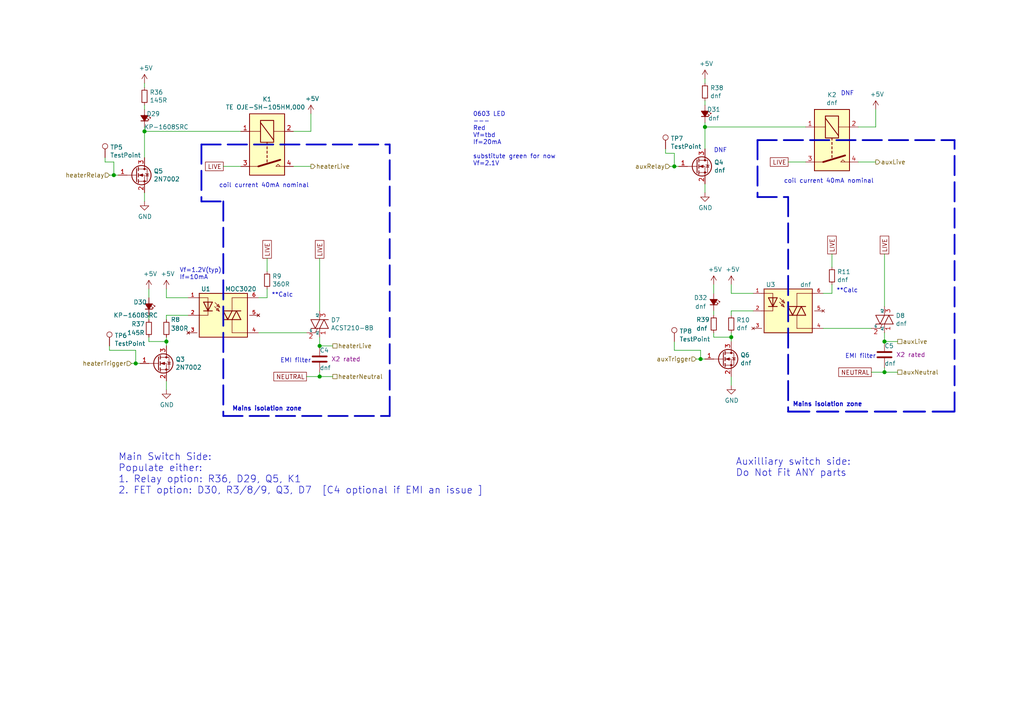
<source format=kicad_sch>
(kicad_sch (version 20231120) (generator "eeschema") (generator_version "8.0")
  (paper "A4")
  (title_block (title "Smart Desk Main PCB") (date "2024-06-14") (rev "1.0") (comment 1 "D.Rowntree"))
  (lib_symbols
    (symbol "Connector:TestPoint" (pin_numbers hide) (pin_names (offset 0.762) hide)
      (property "Reference" "TP" (at 0 6.858 0))
      (property "Value" "TestPoint" (at 0 5.08 0))
      (symbol "TestPoint_0_1"
        (circle (center 0 3.302) (radius 0.762))
      )
      (symbol "TestPoint_1_1"
        (pin passive line (at 0 0 90) (length 2.54) (name "1") (number "1"))
      )
    )
    (symbol "Device:C" (pin_numbers hide) (pin_names (offset 0.254))
      (property "Reference" "C" (at 0.635 2.54 0))
      (property "Value" "C" (at 0.635 -2.54 0))
      (symbol "C_0_1"
        (polyline (pts (xy -2.032 -0.762) (xy 2.032 -0.762)) (stroke (width 0.508)))
        (polyline (pts (xy -2.032 0.762) (xy 2.032 0.762)) (stroke (width 0.508)))
      )
      (symbol "C_1_1"
        (pin passive line (at 0 3.81 270) (length 2.794) (name "~") (number "1"))
        (pin passive line (at 0 -3.81 90) (length 2.794) (name "~") (number "2"))
      )
    )
    (symbol "Device:LED_Small_ALT" (pin_numbers hide) (pin_names (offset 0.254) hide)
      (property "Reference" "D" (at -1.27 3.175 0))
      (property "Value" "LED_Small_ALT" (at -4.445 -2.54 0))
      (symbol "LED_Small_ALT_0_1"
        (polyline (pts (xy -0.762 -1.016) (xy -0.762 1.016)) (stroke (width 0.254)))
        (polyline (pts (xy 1.016 0) (xy -0.762 0)))
        (polyline (pts (xy 0.762 -1.016) (xy -0.762 0) (xy 0.762 1.016) (xy 0.762 -1.016)) (stroke (width 0.254)) (fill (type outline)))
        (polyline (pts (xy 0 0.762) (xy -0.508 1.27) (xy -0.254 1.27) (xy -0.508 1.27) (xy -0.508 1.016)))
        (polyline (pts (xy 0.508 1.27) (xy 0 1.778) (xy 0.254 1.778) (xy 0 1.778) (xy 0 1.524)))
      )
      (symbol "LED_Small_ALT_1_1"
        (pin passive line (at -2.54 0 0) (length 1.778) (name "K") (number "1"))
        (pin passive line (at 2.54 0 180) (length 1.778) (name "A") (number "2"))
      )
    )
    (symbol "Device:Q_TRIAC_A1GA2" (pin_names (offset 0))
      (property "Reference" "D" (at 3.175 0.635 0))
      (property "Value" "Q_TRIAC_A1GA2" (at 3.175 -1.27 0))
      (symbol "Q_TRIAC_A1GA2_0_1"
        (polyline (pts (xy -2.54 -1.27) (xy 2.54 -1.27)) (stroke (width 0.2032)))
        (polyline (pts (xy -2.54 1.27) (xy 2.54 1.27)) (stroke (width 0.2032)))
        (polyline (pts (xy -1.27 -2.54) (xy -0.635 -1.27)))
        (polyline (pts (xy -2.54 1.27) (xy -1.27 -1.27) (xy 0 1.27)) (stroke (width 0.2032)))
        (polyline (pts (xy 0 -1.27) (xy 1.27 1.27) (xy 2.54 -1.27)) (stroke (width 0.2032)))
      )
      (symbol "Q_TRIAC_A1GA2_1_1"
        (pin passive line (at 0 -3.81 90) (length 2.54) (name "A1") (number "1"))
        (pin input line (at -3.81 -2.54 0) (length 2.54) (name "G") (number "2"))
        (pin passive line (at 0 3.81 270) (length 2.54) (name "A2") (number "3"))
      )
    )
    (symbol "Device:R_Small" (pin_numbers hide) (pin_names (offset 0.254) hide)
      (property "Reference" "R" (at 0.762 0.508 0))
      (property "Value" "R_Small" (at 0.762 -1.016 0))
      (symbol "R_Small_0_1"
        (rectangle (start -0.762 1.778) (end 0.762 -1.778) (stroke (width 0.2032)))
      )
      (symbol "R_Small_1_1"
        (pin passive line (at 0 2.54 270) (length 0.762) (name "~") (number "1"))
        (pin passive line (at 0 -2.54 90) (length 0.762) (name "~") (number "2"))
      )
    )
    (symbol "MOC3020:MOC3020" (pin_names (offset 1.016) hide)
      (property "Reference" "U" (at -6.35 10.16 0))
      (property "Value" "MOC3020" (at -6.35 -6.35 0))
      (symbol "MOC3020_0_0"
        (polyline (pts (xy -3.81 3.81) (xy -5.08 1.27)) (stroke (width 0.254)))
        (polyline (pts (xy -3.81 3.81) (xy -5.08 3.81)) (stroke (width 0.254)))
        (polyline (pts (xy -2.54 -2.54) (xy -7.62 -2.54)) (stroke (width 0.1524)))
        (polyline (pts (xy -2.54 -2.54) (xy -2.54 1.27)) (stroke (width 0.1524)))
        (polyline (pts (xy -2.54 1.27) (xy -5.08 1.27)) (stroke (width 0.254)))
        (polyline (pts (xy -2.54 1.27) (xy -3.81 3.81)) (stroke (width 0.254)))
        (polyline (pts (xy -2.54 1.27) (xy -1.27 1.27)) (stroke (width 0.254)))
        (polyline (pts (xy -2.54 3.81) (xy -3.81 3.81)) (stroke (width 0.254)))
        (polyline (pts (xy -2.54 3.81) (xy -1.397 1.524)) (stroke (width 0.254)))
        (polyline (pts (xy -2.54 3.81) (xy 0 3.81)) (stroke (width 0.254)))
        (polyline (pts (xy -2.54 7.62) (xy -7.62 7.62)) (stroke (width 0.1524)))
        (polyline (pts (xy -2.54 7.62) (xy -2.54 3.81)) (stroke (width 0.1524)))
        (polyline (pts (xy -1.397 1.524) (xy -1.27 1.27)) (stroke (width 0.254)))
        (polyline (pts (xy -1.397 1.524) (xy -0.889 2.032)) (stroke (width 0.1524)))
        (polyline (pts (xy -1.27 1.27) (xy -0.889 2.032)) (stroke (width 0.254)))
        (polyline (pts (xy -1.27 1.27) (xy 0 1.27)) (stroke (width 0.254)))
        (polyline (pts (xy -0.889 2.032) (xy 0 3.81)) (stroke (width 0.254)))
        (polyline (pts (xy 1.016 4.826) (xy 1.905 5.207)) (stroke (width 0.1524)))
        (polyline (pts (xy 1.143 3.683) (xy 2.032 4.064)) (stroke (width 0.1524)))
        (polyline (pts (xy 1.397 5.715) (xy 1.016 4.826)) (stroke (width 0.1524)))
        (polyline (pts (xy 1.524 4.572) (xy 1.143 3.683)) (stroke (width 0.1524)))
        (polyline (pts (xy 1.905 5.207) (xy 1.397 5.715)) (stroke (width 0.1524)))
        (polyline (pts (xy 2.032 4.064) (xy 1.524 4.572)) (stroke (width 0.1524)))
        (polyline (pts (xy 2.413 6.223) (xy 1.016 4.826)) (stroke (width 0.1524)))
        (polyline (pts (xy 2.54 5.08) (xy 1.143 3.683)) (stroke (width 0.1524)))
        (polyline (pts (xy 3.175 3.81) (xy 4.445 3.81)) (stroke (width 0.254)))
        (polyline (pts (xy 3.175 6.35) (xy 4.445 3.81)) (stroke (width 0.254)))
        (polyline (pts (xy 3.175 6.35) (xy 4.445 6.35)) (stroke (width 0.254)))
        (polyline (pts (xy 4.445 3.81) (xy 4.445 2.54)) (stroke (width 0.1524)))
        (polyline (pts (xy 4.445 3.81) (xy 5.715 3.81)) (stroke (width 0.254)))
        (polyline (pts (xy 4.445 3.81) (xy 5.715 6.35)) (stroke (width 0.254)))
        (polyline (pts (xy 4.445 6.35) (xy 4.445 3.81)) (stroke (width 0.254)))
        (polyline (pts (xy 4.445 6.35) (xy 5.715 6.35)) (stroke (width 0.254)))
        (polyline (pts (xy 4.445 7.62) (xy 4.445 6.35)) (stroke (width 0.1524)))
        (polyline (pts (xy 7.62 2.54) (xy 4.445 2.54)) (stroke (width 0.1524)))
        (polyline (pts (xy 7.62 7.62) (xy 4.445 7.62)) (stroke (width 0.1524)))
        (pin passive line (at 10.16 7.62 180) (length 2.54) (name "~") (number "1"))
        (pin passive line (at 10.16 2.54 180) (length 2.54) (name "~") (number "2"))
        (pin no_connect line (at 10.16 -2.54 180) (length 2.54) (name "~") (number "3"))
        (pin passive line (at -10.16 -2.54 0) (length 2.54) (name "~") (number "4"))
        (pin no_connect line (at -10.16 2.54 0) (length 2.54) (name "~") (number "5"))
        (pin passive line (at -10.16 7.62 0) (length 2.54) (name "~") (number "6"))
      )
      (symbol "MOC3020_0_1"
        (rectangle (start -6.985 8.89) (end 6.985 -3.81) (stroke (width 0.254)) (fill (type background)))
      )
    )
    (symbol "SmartDesk_v1p0-rescue:TE_OJE-SH-105HM-te_OJE-SH-105HM,000"
      (property "Reference" "K" (at 8.89 3.81 0))
      (property "Value" "TE_OJE-SH-105HM-te_OJE-SH-105HM,000" (at 8.89 1.27 0))
      (symbol "TE_OJE-SH-105HM-te_OJE-SH-105HM,000_0_0"
        (polyline (pts (xy 5.08 5.08) (xy 5.08 2.54) (xy 4.445 3.175) (xy 5.08 3.81)))
      )
      (symbol "TE_OJE-SH-105HM-te_OJE-SH-105HM,000_0_1"
        (rectangle (start -10.16 5.08) (end 7.62 -5.08) (stroke (width 0.254)) (fill (type background)))
        (rectangle (start -8.255 1.905) (end -1.905 -1.905) (stroke (width 0.254)))
        (polyline (pts (xy -7.62 -1.905) (xy -2.54 1.905)) (stroke (width 0.254)))
        (polyline (pts (xy -5.08 -5.08) (xy -5.08 -1.905)))
        (polyline (pts (xy -5.08 5.08) (xy -5.08 1.905)))
        (polyline (pts (xy -1.905 0) (xy -1.27 0)) (stroke (width 0.254)))
        (polyline (pts (xy -0.635 0) (xy 0 0)) (stroke (width 0.254)))
        (polyline (pts (xy 0.635 0) (xy 1.27 0)) (stroke (width 0.254)))
        (polyline (pts (xy 1.905 0) (xy 2.54 0)) (stroke (width 0.254)))
        (polyline (pts (xy 3.175 0) (xy 3.81 0)) (stroke (width 0.254)))
        (polyline (pts (xy 5.08 -2.54) (xy 3.175 3.81)) (stroke (width 0.508)))
        (polyline (pts (xy 5.08 -2.54) (xy 5.08 -5.08)))
      )
      (symbol "TE_OJE-SH-105HM-te_OJE-SH-105HM,000_1_1"
        (pin passive line (at -5.08 -7.62 90) (length 2.54) (name "~") (number "1"))
        (pin passive line (at -5.08 7.62 270) (length 2.54) (name "~") (number "2"))
        (pin passive line (at 5.08 -7.62 90) (length 2.54) (name "~") (number "3"))
        (pin passive line (at 5.08 7.62 270) (length 2.54) (name "~") (number "4"))
      )
    )
    (symbol "Transistor_FET:2N7002" (pin_names hide)
      (property "Reference" "Q" (at 5.08 1.905 0))
      (property "Value" "2N7002" (at 5.08 0 0))
      (symbol "2N7002_0_1"
        (polyline (pts (xy 0.254 0) (xy -2.54 0)))
        (polyline (pts (xy 0.254 1.905) (xy 0.254 -1.905)) (stroke (width 0.254)))
        (polyline (pts (xy 0.762 -1.27) (xy 0.762 -2.286)) (stroke (width 0.254)))
        (polyline (pts (xy 0.762 0.508) (xy 0.762 -0.508)) (stroke (width 0.254)))
        (polyline (pts (xy 0.762 2.286) (xy 0.762 1.27)) (stroke (width 0.254)))
        (polyline (pts (xy 2.54 2.54) (xy 2.54 1.778)))
        (polyline (pts (xy 2.54 -2.54) (xy 2.54 0) (xy 0.762 0)))
        (polyline (pts (xy 0.762 -1.778) (xy 3.302 -1.778) (xy 3.302 1.778) (xy 0.762 1.778)))
        (polyline (pts (xy 1.016 0) (xy 2.032 0.381) (xy 2.032 -0.381) (xy 1.016 0)) (fill (type outline)))
        (polyline (pts (xy 2.794 0.508) (xy 2.921 0.381) (xy 3.683 0.381) (xy 3.81 0.254)))
        (polyline (pts (xy 3.302 0.381) (xy 2.921 -0.254) (xy 3.683 -0.254) (xy 3.302 0.381)))
        (circle (center 1.651 0) (radius 2.794) (stroke (width 0.254)))
        (circle (center 2.54 -1.778) (radius 0.254) (fill (type outline)))
        (circle (center 2.54 1.778) (radius 0.254) (fill (type outline)))
      )
      (symbol "2N7002_1_1"
        (pin input line (at -5.08 0 0) (length 2.54) (name "G") (number "1"))
        (pin passive line (at 2.54 -5.08 90) (length 2.54) (name "S") (number "2"))
        (pin passive line (at 2.54 5.08 270) (length 2.54) (name "D") (number "3"))
      )
    )
    (symbol "power:+5V" (power) (pin_names (offset 0))
      (property "Value" "+5V" (at 0 3.556 0))
      (symbol "+5V_0_1"
        (polyline (pts (xy -0.762 1.27) (xy 0 2.54)))
        (polyline (pts (xy 0 0) (xy 0 2.54)))
        (polyline (pts (xy 0 2.54) (xy 0.762 1.27)))
      )
      (symbol "+5V_1_1"
        (pin power_in line (at 0 0 90) (length 0) hide (name "+5V") (number "1"))
      )
    )
    (symbol "power:GND" (power) (pin_names (offset 0))
      (property "Value" "GND" (at 0 -3.81 0))
      (symbol "GND_0_1"
        (polyline (pts (xy 0 0) (xy 0 -1.27) (xy 1.27 -1.27) (xy 0 -2.54) (xy -1.27 -1.27) (xy 0 -1.27)))
      )
      (symbol "GND_1_1"
        (pin power_in line (at 0 0 270) (length 0) hide (name "GND") (number "1"))
      )
    )
  )
  (junction (at 33.02 50.8) (diameter 1.016))
  (junction (at 48.26 99.06) (diameter 1.016))
  (junction (at 92.71 100.33) (diameter 1.016))
  (junction (at 203.2 104.14) (diameter 1.016))
  (junction (at 92.71 109.22) (diameter 1.016))
  (junction (at 195.58 48.26) (diameter 1.016))
  (junction (at 256.54 107.95) (diameter 1.016))
  (junction (at 204.47 36.83) (diameter 1.016))
  (junction (at 212.09 97.79) (diameter 1.016))
  (junction (at 256.54 99.06) (diameter 1.016))
  (junction (at 41.91 38.1) (diameter 1.016))
  (junction (at 39.37 105.41) (diameter 1.016))
  (wire (pts (xy 212.09 109.22) (xy 212.09 111.76)))
  (wire (pts (xy 203.2 104.14) (xy 201.93 104.14)))
  (wire (pts (xy 92.71 74.93) (xy 92.71 90.17)))
  (wire (pts (xy 228.6 46.99) (xy 233.68 46.99)))
  (polyline (pts (xy 228.6 57.15) (xy 228.6 119.38)) (stroke (width 0.508) (type dash)))
  (wire (pts (xy 207.01 96.52) (xy 207.01 97.79)))
  (wire (pts (xy 48.26 99.06) (xy 48.26 100.33)))
  (wire (pts (xy 30.48 45.72) (xy 30.48 46.99)))
  (polyline (pts (xy 276.86 119.38) (xy 276.86 40.64)) (stroke (width 0.508) (type dash)))
  (wire (pts (xy 43.18 83.82) (xy 43.18 86.36)))
  (wire (pts (xy 193.04 43.18) (xy 193.04 44.45)))
  (wire (pts (xy 204.47 36.83) (xy 233.68 36.83)))
  (polyline (pts (xy 64.77 120.65) (xy 113.03 120.65)) (stroke (width 0.508) (type dash)))
  (wire (pts (xy 218.44 85.09) (xy 212.09 85.09)))
  (wire (pts (xy 195.58 101.6) (xy 203.2 101.6)))
  (wire (pts (xy 254 36.83) (xy 254 31.75)))
  (wire (pts (xy 193.04 44.45) (xy 195.58 44.45)))
  (wire (pts (xy 43.18 91.44) (xy 43.18 92.71)))
  (wire (pts (xy 204.47 22.86) (xy 204.47 24.13)))
  (wire (pts (xy 241.3 73.66) (xy 241.3 77.47)))
  (wire (pts (xy 256.54 73.66) (xy 256.54 88.9)))
  (wire (pts (xy 92.71 100.33) (xy 96.52 100.33)))
  (wire (pts (xy 238.76 95.25) (xy 252.73 95.25)))
  (wire (pts (xy 43.18 97.79) (xy 43.18 99.06)))
  (wire (pts (xy 88.9 109.22) (xy 92.71 109.22)))
  (wire (pts (xy 195.58 99.06) (xy 195.58 101.6)))
  (wire (pts (xy 195.58 48.26) (xy 194.31 48.26)))
  (polyline (pts (xy 58.42 41.91) (xy 113.03 41.91)) (stroke (width 0.508) (type dash)))
  (wire (pts (xy 39.37 101.6) (xy 39.37 105.41)))
  (wire (pts (xy 256.54 99.06) (xy 260.35 99.06)))
  (wire (pts (xy 48.26 110.49) (xy 48.26 113.03)))
  (wire (pts (xy 238.76 85.09) (xy 241.3 85.09)))
  (wire (pts (xy 40.64 105.41) (xy 39.37 105.41)))
  (wire (pts (xy 30.48 46.99) (xy 33.02 46.99)))
  (wire (pts (xy 212.09 85.09) (xy 212.09 82.55)))
  (wire (pts (xy 77.47 86.36) (xy 77.47 83.82)))
  (polyline (pts (xy 219.71 57.15) (xy 228.6 57.15)) (stroke (width 0.508) (type dash)))
  (wire (pts (xy 204.47 36.83) (xy 204.47 43.18)))
  (wire (pts (xy 41.91 24.13) (xy 41.91 25.4)))
  (polyline (pts (xy 219.71 40.64) (xy 219.71 57.15)) (stroke (width 0.508) (type dash)))
  (wire (pts (xy 48.26 86.36) (xy 48.26 83.82)))
  (wire (pts (xy 33.02 46.99) (xy 33.02 50.8)))
  (wire (pts (xy 204.47 53.34) (xy 204.47 55.88)))
  (wire (pts (xy 248.92 36.83) (xy 254 36.83)))
  (wire (pts (xy 54.61 91.44) (xy 48.26 91.44)))
  (wire (pts (xy 248.92 46.99) (xy 254 46.99)))
  (polyline (pts (xy 64.77 58.42) (xy 64.77 120.65)) (stroke (width 0.508) (type dash)))
  (wire (pts (xy 203.2 101.6) (xy 203.2 104.14)))
  (wire (pts (xy 74.93 86.36) (xy 77.47 86.36)))
  (wire (pts (xy 41.91 38.1) (xy 69.85 38.1)))
  (wire (pts (xy 39.37 105.41) (xy 38.1 105.41)))
  (wire (pts (xy 33.02 50.8) (xy 31.75 50.8)))
  (wire (pts (xy 43.18 99.06) (xy 48.26 99.06)))
  (wire (pts (xy 204.47 29.21) (xy 204.47 30.48)))
  (wire (pts (xy 77.47 74.93) (xy 77.47 78.74)))
  (wire (pts (xy 34.29 50.8) (xy 33.02 50.8)))
  (wire (pts (xy 31.75 100.33) (xy 31.75 101.6)))
  (wire (pts (xy 207.01 97.79) (xy 212.09 97.79)))
  (wire (pts (xy 212.09 97.79) (xy 212.09 99.06)))
  (wire (pts (xy 212.09 96.52) (xy 212.09 97.79)))
  (wire (pts (xy 74.93 96.52) (xy 88.9 96.52)))
  (wire (pts (xy 85.09 48.26) (xy 90.17 48.26)))
  (wire (pts (xy 212.09 90.17) (xy 212.09 91.44)))
  (polyline (pts (xy 228.6 119.38) (xy 276.86 119.38)) (stroke (width 0.5588) (type dash)))
  (wire (pts (xy 31.75 101.6) (xy 39.37 101.6)))
  (wire (pts (xy 207.01 90.17) (xy 207.01 91.44)))
  (wire (pts (xy 204.47 35.56) (xy 204.47 36.83)))
  (wire (pts (xy 85.09 38.1) (xy 90.17 38.1)))
  (wire (pts (xy 252.73 107.95) (xy 256.54 107.95)))
  (wire (pts (xy 41.91 36.83) (xy 41.91 38.1)))
  (wire (pts (xy 92.71 107.95) (xy 92.71 109.22)))
  (wire (pts (xy 41.91 38.1) (xy 41.91 45.72)))
  (wire (pts (xy 90.17 38.1) (xy 90.17 33.02)))
  (wire (pts (xy 195.58 44.45) (xy 195.58 48.26)))
  (wire (pts (xy 92.71 109.22) (xy 96.52 109.22)))
  (wire (pts (xy 256.54 96.52) (xy 256.54 99.06)))
  (wire (pts (xy 204.47 104.14) (xy 203.2 104.14)))
  (wire (pts (xy 41.91 30.48) (xy 41.91 31.75)))
  (wire (pts (xy 48.26 91.44) (xy 48.26 92.71)))
  (polyline (pts (xy 58.42 41.91) (xy 58.42 58.42)) (stroke (width 0.508) (type dash)))
  (wire (pts (xy 48.26 97.79) (xy 48.26 99.06)))
  (wire (pts (xy 196.85 48.26) (xy 195.58 48.26)))
  (wire (pts (xy 92.71 97.79) (xy 92.71 100.33)))
  (wire (pts (xy 218.44 90.17) (xy 212.09 90.17)))
  (wire (pts (xy 64.77 48.26) (xy 69.85 48.26)))
  (wire (pts (xy 54.61 86.36) (xy 48.26 86.36)))
  (wire (pts (xy 256.54 107.95) (xy 260.35 107.95)))
  (wire (pts (xy 256.54 106.68) (xy 256.54 107.95)))
  (polyline (pts (xy 113.03 120.65) (xy 113.03 41.91)) (stroke (width 0.508) (type dash)))
  (polyline (pts (xy 58.42 58.42) (xy 64.77 58.42)) (stroke (width 0.508) (type dash)))
  (wire (pts (xy 41.91 55.88) (xy 41.91 58.42)))
  (wire (pts (xy 207.01 82.55) (xy 207.01 85.09)))
  (polyline (pts (xy 219.71 40.64) (xy 276.86 40.64)) (stroke (width 0.508) (type dash)))
  (wire (pts (xy 241.3 85.09) (xy 241.3 82.55)))
  (text "Mains isolation zone" (at 229.87 118.11 0) (effects (font (size 1.27 1.27) (thickness 0.254) (bold yes)) (justify left bottom)))
  (text "Auxilliary switch side:\nDo Not Fit ANY parts" (at 213.36 138.43 0) (effects (font (size 2.0066 2.0066)) (justify left bottom)))
  (text "0603 LED\n---\nRed\nVf=tbd\nIf=20mA\n\nsubstitute green for now\nVf=2.1V" (at 137.16 48.26 0) (effects (font (size 1.27 1.27)) (justify left bottom)))
  (text "DNF" (at 243.84 27.94 0) (effects (font (size 1.27 1.27)) (justify left bottom)))
  (text "EMI filter" (at 81.28 105.41 0) (effects (font (size 1.27 1.27)) (justify left bottom)))
  (text "DNF" (at 207.01 44.45 0) (effects (font (size 1.27 1.27)) (justify left bottom)))
  (text "**Calc" (at 242.57 85.09 0) (effects (font (size 1.27 1.27)) (justify left bottom)))
  (text "**Calc" (at 78.74 86.36 0) (effects (font (size 1.27 1.27)) (justify left bottom)))
  (text "Main Switch Side:\nPopulate either:\n1. Relay option: R36, D29, Q5, K1\n2. FET option: D30, R3/8/9, Q3, D7  [C4 optional if EMI an issue ]" (at 34.29 143.51 0) (effects (font (size 2.0066 2.0066)) (justify left bottom)))
  (text "coil current 40mA nominal" (at 227.33 53.34 0) (effects (font (size 1.27 1.27)) (justify left bottom)))
  (text "EMI filter" (at 245.11 104.14 0) (effects (font (size 1.27 1.27)) (justify left bottom)))
  (text "Vf=1.2V(typ)\nIf=10mA" (at 52.07 81.28 0) (effects (font (size 1.27 1.27)) (justify left bottom)))
  (text "Mains isolation zone" (at 67.31 119.38 0) (effects (font (size 1.27 1.27) (thickness 0.254) (bold yes)) (justify left bottom)))
  (text "coil current 40mA nominal" (at 63.5 54.61 0) (effects (font (size 1.27 1.27)) (justify left bottom)))
  (global_label "LIVE" (shape passive) (at 92.71 74.93 90) (property "Intersheetrefs" "${INTERSHEET_REFS}" (effects (hide yes))))
  (global_label "LIVE" (shape passive) (at 228.6 46.99 180) (property "Intersheetrefs" "${INTERSHEET_REFS}" (effects (hide yes))))
  (global_label "NEUTRAL" (shape passive) (at 88.9 109.22 180) (property "Intersheetrefs" "${INTERSHEET_REFS}" (effects (hide yes))))
  (global_label "LIVE" (shape passive) (at 241.3 73.66 90) (property "Intersheetrefs" "${INTERSHEET_REFS}" (effects (hide yes))))
  (global_label "LIVE" (shape passive) (at 77.47 74.93 90) (property "Intersheetrefs" "${INTERSHEET_REFS}" (effects (hide yes))))
  (global_label "LIVE" (shape passive) (at 256.54 73.66 90) (property "Intersheetrefs" "${INTERSHEET_REFS}" (effects (hide yes))))
  (global_label "LIVE" (shape passive) (at 64.77 48.26 180) (property "Intersheetrefs" "${INTERSHEET_REFS}" (effects (hide yes))))
  (global_label "NEUTRAL" (shape passive) (at 252.73 107.95 180) (property "Intersheetrefs" "${INTERSHEET_REFS}" (effects (hide yes))))
  (hierarchical_label "heaterTrigger" (shape input) (at 38.1 105.41 180))
  (hierarchical_label "auxLive" (shape passive) (at 260.35 99.06 0))
  (hierarchical_label "auxLive" (shape output) (at 254 46.99 0))
  (hierarchical_label "auxRelay" (shape input) (at 194.31 48.26 180))
  (hierarchical_label "heaterLive" (shape passive) (at 96.52 100.33 0))
  (hierarchical_label "heaterLive" (shape output) (at 90.17 48.26 0))
  (hierarchical_label "auxTrigger" (shape input) (at 201.93 104.14 180))
  (hierarchical_label "auxNeutral" (shape passive) (at 260.35 107.95 0))
  (hierarchical_label "heaterNeutral" (shape passive) (at 96.52 109.22 0))
  (hierarchical_label "heaterRelay" (shape input) (at 31.75 50.8 180))
  (symbol (lib_id "SmartDesk_v1p0-rescue:TE_OJE-SH-105HM-te_OJE-SH-105HM,000") (at 77.47 43.18 270) (unit 1)
    (property "Reference" "K1" (at 77.47 28.7782 90))
    (property "Value" "TE OJE-SH-105HM,000 " (at 77.47 31.0896 90))
    (property "Footprint" "SmartDesk:TE_OJE-SH-105HM" (effects (hide yes)))
    (property "Datasheet" "http://www.te.com/commerce/DocumentDelivery/DDEController?Action=showdoc&DocId=Data+Sheet%7FPCH_series_relay_data_sheet_E%7F1215%7Fpdf%7FEnglish%7FENG_DS_PCH_series_relay_data_sheet_E_1215.pdf%7F9-1440003-0" (effects (hide yes)))
    (property "CHECKED" "y" (effects (hide yes)))
  )
  (symbol (lib_id "MOC3020:MOC3020") (at 64.77 93.98 0) (mirror y) (unit 1)
    (property "Reference" "U1" (at 59.69 83.82 0))
    (property "Value" "MOC3020" (at 69.85 83.82 0))
    (property "Footprint" "SmartDesk:MOC302X-SON6" (effects (hide yes)))
  )
  (symbol (lib_id "Transistor_FET:2N7002") (at 45.72 105.41 0) (unit 1)
    (property "Reference" "Q3" (at 50.9016 104.2416 0) (effects (justify left)))
    (property "Value" "2N7002" (at 50.9016 106.553 0) (effects (justify left)))
    (property "Footprint" "Package_TO_SOT_SMD:SOT-23" (effects (hide yes)))
    (property "Datasheet" "https://www.fairchildsemi.com/datasheets/2N/2N7002.pdf" (effects (hide yes)))
    (property "CHECKED" "y" (effects (hide yes)))
  )
  (symbol (lib_id "Device:R_Small") (at 48.26 95.25 0) (unit 1)
    (property "Reference" "R8" (at 49.53 92.71 0) (effects (justify left)))
    (property "Value" "380R" (at 49.53 95.25 0) (effects (justify left)))
    (property "Footprint" "Resistor_SMD:R_0603_1608Metric" (effects (hide yes)))
  )
  (symbol (lib_id "Device:R_Small") (at 77.47 81.28 0) (unit 1)
    (property "Reference" "R9" (at 78.9686 80.1116 0) (effects (justify left)))
    (property "Value" "360R" (at 78.9686 82.423 0) (effects (justify left)))
    (property "Footprint" "Resistor_SMD:R_0603_1608Metric" (effects (hide yes)))
  )
  (symbol (lib_id "Device:Q_TRIAC_A1GA2") (at 92.71 93.98 0) (unit 1)
    (property "Reference" "D7" (at 95.9612 92.8116 0) (effects (justify left)))
    (property "Value" "ACST210-8B" (at 95.9612 95.123 0) (effects (justify left)))
    (property "Footprint" "SmartDesk:DPAK228P987X240-3N" (effects (hide yes)))
    (property "CHECKED" "y" (effects (hide yes)))
  )
  (symbol (lib_id "Device:C") (at 92.71 104.14 0) (unit 1)
    (property "Reference" "C4" (at 92.71 101.6 0) (effects (justify left)))
    (property "Value" "dnf" (at 92.71 106.68 0) (effects (justify left)))
    (property "Footprint" "SmartDesk:B32921C3223M289" (effects (hide yes)))
    (property "Rating" "X2 rated" (at 100.33 104.14 0))
    (property "FITMENT" "no" (effects (hide yes)))
    (property "CHECKED" "y" (effects (hide yes)))
  )
  (symbol (lib_id "power:GND") (at 48.26 113.03 0) (unit 1)
    (property "Reference" "#PWR0115" (effects (hide yes)))
    (property "Value" "GND" (at 48.387 117.4242 0))
  )
  (symbol (lib_id "power:+5V") (at 48.26 83.82 0) (unit 1)
    (property "Reference" "#PWR0116" (effects (hide yes)))
    (property "Value" "+5V" (at 48.641 79.4258 0))
  )
  (symbol (lib_id "Transistor_FET:2N7002") (at 39.37 50.8 0) (unit 1)
    (property "Reference" "Q5" (at 44.5516 49.6316 0) (effects (justify left)))
    (property "Value" "2N7002" (at 44.5516 51.943 0) (effects (justify left)))
    (property "Footprint" "Package_TO_SOT_SMD:SOT-23" (effects (hide yes)))
    (property "Datasheet" "https://www.fairchildsemi.com/datasheets/2N/2N7002.pdf" (effects (hide yes)))
    (property "CHECKED" "y" (effects (hide yes)))
  )
  (symbol (lib_id "power:GND") (at 41.91 58.42 0) (unit 1)
    (property "Reference" "#PWR0117" (effects (hide yes)))
    (property "Value" "GND" (at 42.037 62.8142 0))
  )
  (symbol (lib_id "power:+5V") (at 90.17 33.02 0) (unit 1)
    (property "Reference" "#PWR0118" (effects (hide yes)))
    (property "Value" "+5V" (at 90.551 28.6258 0))
  )
  (symbol (lib_id "MOC3020:MOC3020") (at 228.6 92.71 0) (mirror y) (unit 1)
    (property "Reference" "U3" (at 223.52 82.55 0))
    (property "Value" "dnf" (at 233.68 82.55 0))
    (property "Footprint" "SmartDesk:MOC302X-SON6" (effects (hide yes)))
    (property "FITMENT" "no" (effects (hide yes)))
  )
  (symbol (lib_id "Transistor_FET:2N7002") (at 209.55 104.14 0) (unit 1)
    (property "Reference" "Q6" (at 214.7316 102.9716 0) (effects (justify left)))
    (property "Value" "dnf" (at 214.7316 105.283 0) (effects (justify left)))
    (property "Footprint" "Package_TO_SOT_SMD:SOT-23" (effects (hide yes)))
    (property "Datasheet" "https://www.fairchildsemi.com/datasheets/2N/2N7002.pdf" (effects (hide yes)))
    (property "FITMENT" "no" (effects (hide yes)))
    (property "CHECKED" "y" (effects (hide yes)))
  )
  (symbol (lib_id "Device:R_Small") (at 212.09 93.98 0) (unit 1)
    (property "Reference" "R10" (at 213.5886 92.8116 0) (effects (justify left)))
    (property "Value" "dnf" (at 213.5886 95.123 0) (effects (justify left)))
    (property "Footprint" "Resistor_SMD:R_0603_1608Metric" (effects (hide yes)))
    (property "FITMENT" " no" (effects (hide yes)))
  )
  (symbol (lib_id "Device:R_Small") (at 241.3 80.01 0) (unit 1)
    (property "Reference" "R11" (at 242.7986 78.8416 0) (effects (justify left)))
    (property "Value" "dnf" (at 242.7986 81.153 0) (effects (justify left)))
    (property "Footprint" "Resistor_SMD:R_0603_1608Metric" (effects (hide yes)))
    (property "FITMENT" "no" (effects (hide yes)))
  )
  (symbol (lib_id "Device:Q_TRIAC_A1GA2") (at 256.54 92.71 0) (unit 1)
    (property "Reference" "D8" (at 259.7912 91.5416 0) (effects (justify left)))
    (property "Value" "dnf" (at 259.7912 93.853 0) (effects (justify left)))
    (property "Footprint" "SmartDesk:DPAK228P987X240-3N" (effects (hide yes)))
    (property "CHECKED" "y" (effects (hide yes)))
  )
  (symbol (lib_id "Device:C") (at 256.54 102.87 0) (unit 1)
    (property "Reference" "C5" (at 256.54 100.33 0) (effects (justify left)))
    (property "Value" "dnf" (at 256.54 105.41 0) (effects (justify left)))
    (property "Footprint" "SmartDesk:B32921C3223M289" (effects (hide yes)))
    (property "Rating" "X2 rated" (at 264.16 102.87 0))
    (property "FITMENT" "no" (effects (hide yes)))
    (property "CHECKED" "y" (effects (hide yes)))
  )
  (symbol (lib_id "power:GND") (at 212.09 111.76 0) (unit 1)
    (property "Reference" "#PWR0119" (effects (hide yes)))
    (property "Value" "GND" (at 212.217 116.1542 0))
  )
  (symbol (lib_id "power:+5V") (at 212.09 82.55 0) (unit 1)
    (property "Reference" "#PWR0120" (effects (hide yes)))
    (property "Value" "+5V" (at 212.471 78.1558 0))
  )
  (symbol (lib_id "power:GND") (at 204.47 55.88 0) (unit 1)
    (property "Reference" "#PWR0121" (effects (hide yes)))
    (property "Value" "GND" (at 204.597 60.2742 0))
  )
  (symbol (lib_id "Transistor_FET:2N7002") (at 201.93 48.26 0) (unit 1)
    (property "Reference" "Q4" (at 207.1116 47.0916 0) (effects (justify left)))
    (property "Value" "dnf" (at 207.1116 49.403 0) (effects (justify left)))
    (property "Footprint" "Package_TO_SOT_SMD:SOT-23" (effects (hide yes)))
    (property "Datasheet" "https://www.fairchildsemi.com/datasheets/2N/2N7002.pdf" (effects (hide yes)))
    (property "FITMENT" "no" (effects (hide yes)))
    (property "CHECKED" "y" (effects (hide yes)))
  )
  (symbol (lib_id "SmartDesk_v1p0-rescue:TE_OJE-SH-105HM-te_OJE-SH-105HM,000") (at 241.3 41.91 270) (unit 1)
    (property "Reference" "K2" (at 241.3 27.5082 90))
    (property "Value" "dnf" (at 241.3 29.8196 90))
    (property "Footprint" "SmartDesk:TE_OJE-SH-105HM" (effects (hide yes)))
    (property "Datasheet" "http://www.te.com/commerce/DocumentDelivery/DDEController?Action=showdoc&DocId=Data+Sheet%7FPCH_series_relay_data_sheet_E%7F1215%7Fpdf%7FEnglish%7FENG_DS_PCH_series_relay_data_sheet_E_1215.pdf%7F9-1440003-0" (effects (hide yes)))
    (property "FITMENT" "no" (effects (hide yes)))
    (property "CHECKED" "y" (effects (hide yes)))
  )
  (symbol (lib_id "power:+5V") (at 254 31.75 0) (unit 1)
    (property "Reference" "#PWR0122" (effects (hide yes)))
    (property "Value" "+5V" (at 254.381 27.3558 0))
  )
  (symbol (lib_id "Device:LED_Small_ALT") (at 41.91 34.29 270) (mirror x) (unit 1)
    (property "Reference" "D29" (at 44.45 33.02 90))
    (property "Value" "KP-1608SRC" (at 48.26 36.83 90))
    (property "Footprint" "LED_SMD:LED_0603_1608Metric" (effects (hide yes)))
  )
  (symbol (lib_id "Device:R_Small") (at 41.91 27.94 0) (unit 1)
    (property "Reference" "R36" (at 43.4086 26.7716 0) (effects (justify left)))
    (property "Value" "145R" (at 43.4086 29.083 0) (effects (justify left)))
    (property "Footprint" "Resistor_SMD:R_0603_1608Metric" (effects (hide yes)))
  )
  (symbol (lib_id "power:+5V") (at 41.91 24.13 0) (unit 1)
    (property "Reference" "#PWR0142" (effects (hide yes)))
    (property "Value" "+5V" (at 42.291 19.7358 0))
  )
  (symbol (lib_id "Device:LED_Small_ALT") (at 43.18 88.9 270) (mirror x) (unit 1)
    (property "Reference" "D30" (at 40.64 87.63 90))
    (property "Value" "KP-1608SRC" (at 39.37 91.44 90))
    (property "Footprint" "LED_SMD:LED_0603_1608Metric" (effects (hide yes)))
  )
  (symbol (lib_id "Device:R_Small") (at 43.18 95.25 0) (unit 1)
    (property "Reference" "R37" (at 38.1 93.98 0) (effects (justify left)))
    (property "Value" "145R" (at 36.83 96.52 0) (effects (justify left)))
    (property "Footprint" "Resistor_SMD:R_0603_1608Metric" (effects (hide yes)))
  )
  (symbol (lib_id "power:+5V") (at 43.18 83.82 0) (unit 1)
    (property "Reference" "#PWR0143" (effects (hide yes)))
    (property "Value" "+5V" (at 43.561 79.4258 0))
  )
  (symbol (lib_id "Device:LED_Small_ALT") (at 207.01 87.63 270) (mirror x) (unit 1)
    (property "Reference" "D32" (at 203.2 86.36 90))
    (property "Value" "dnf" (at 203.2 88.9 90))
    (property "Footprint" "LED_SMD:LED_0603_1608Metric" (effects (hide yes)))
    (property "FITMENT" "no" (effects (hide yes)))
  )
  (symbol (lib_id "Device:R_Small") (at 207.01 93.98 0) (unit 1)
    (property "Reference" "R39" (at 201.93 92.71 0) (effects (justify left)))
    (property "Value" "dnf" (at 201.93 95.25 0) (effects (justify left)))
    (property "Footprint" "Resistor_SMD:R_0603_1608Metric" (effects (hide yes)))
    (property "FITMENT" "no" (effects (hide yes)))
  )
  (symbol (lib_id "power:+5V") (at 207.01 82.55 0) (unit 1)
    (property "Reference" "#PWR0144" (effects (hide yes)))
    (property "Value" "+5V" (at 207.391 78.1558 0))
  )
  (symbol (lib_id "Device:LED_Small_ALT") (at 204.47 33.02 270) (mirror x) (unit 1)
    (property "Reference" "D31" (at 207.01 31.75 90))
    (property "Value" "dnf" (at 207.01 34.29 90))
    (property "Footprint" "LED_SMD:LED_0603_1608Metric" (effects (hide yes)))
    (property "FITMENT" "no" (effects (hide yes)))
  )
  (symbol (lib_id "Device:R_Small") (at 204.47 26.67 0) (unit 1)
    (property "Reference" "R38" (at 205.9686 25.5016 0) (effects (justify left)))
    (property "Value" "dnf" (at 205.9686 27.813 0) (effects (justify left)))
    (property "Footprint" "Resistor_SMD:R_0603_1608Metric" (effects (hide yes)))
    (property "FITMENT" "no" (effects (hide yes)))
  )
  (symbol (lib_id "power:+5V") (at 204.47 22.86 0) (unit 1)
    (property "Reference" "#PWR0145" (effects (hide yes)))
    (property "Value" "+5V" (at 204.851 18.4658 0))
  )
  (symbol (lib_id "Connector:TestPoint") (at 31.75 100.33 0) (unit 1)
    (property "Reference" "TP6" (at 33.2232 97.3328 0) (effects (justify left)))
    (property "Value" "TestPoint" (at 33.2232 99.6442 0) (effects (justify left)))
    (property "Footprint" "TestPoint:TestPoint_Pad_D2.0mm" (effects (hide yes)))
  )
  (symbol (lib_id "Connector:TestPoint") (at 195.58 99.06 0) (unit 1)
    (property "Reference" "TP8" (at 197.0532 96.0628 0) (effects (justify left)))
    (property "Value" "TestPoint" (at 197.0532 98.3742 0) (effects (justify left)))
    (property "Footprint" "TestPoint:TestPoint_Pad_D2.0mm" (effects (hide yes)))
  )
  (symbol (lib_id "Connector:TestPoint") (at 193.04 43.18 0) (unit 1)
    (property "Reference" "TP7" (at 194.5132 40.1828 0) (effects (justify left)))
    (property "Value" "TestPoint" (at 194.5132 42.4942 0) (effects (justify left)))
    (property "Footprint" "TestPoint:TestPoint_Pad_D2.0mm" (effects (hide yes)))
  )
  (symbol (lib_id "Connector:TestPoint") (at 30.48 45.72 0) (unit 1)
    (property "Reference" "TP5" (at 31.9532 42.7228 0) (effects (justify left)))
    (property "Value" "TestPoint" (at 31.9532 45.0342 0) (effects (justify left)))
    (property "Footprint" "TestPoint:TestPoint_Pad_D2.0mm" (effects (hide yes)))
  )
)
</source>
